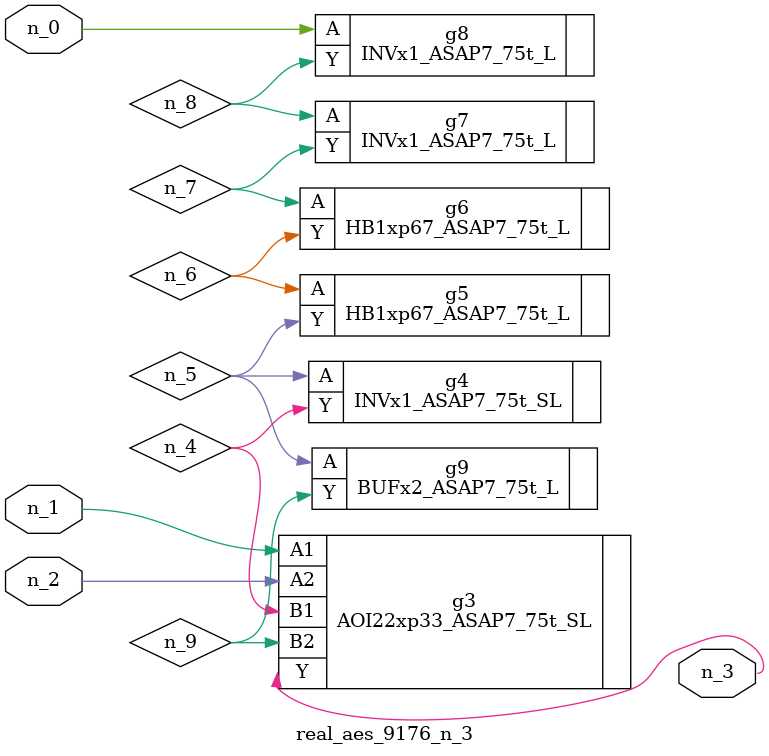
<source format=v>
module real_aes_9176_n_3 (n_0, n_2, n_1, n_3);
input n_0;
input n_2;
input n_1;
output n_3;
wire n_4;
wire n_5;
wire n_7;
wire n_9;
wire n_6;
wire n_8;
INVx1_ASAP7_75t_L g8 ( .A(n_0), .Y(n_8) );
AOI22xp33_ASAP7_75t_SL g3 ( .A1(n_1), .A2(n_2), .B1(n_4), .B2(n_9), .Y(n_3) );
INVx1_ASAP7_75t_SL g4 ( .A(n_5), .Y(n_4) );
BUFx2_ASAP7_75t_L g9 ( .A(n_5), .Y(n_9) );
HB1xp67_ASAP7_75t_L g5 ( .A(n_6), .Y(n_5) );
HB1xp67_ASAP7_75t_L g6 ( .A(n_7), .Y(n_6) );
INVx1_ASAP7_75t_L g7 ( .A(n_8), .Y(n_7) );
endmodule
</source>
